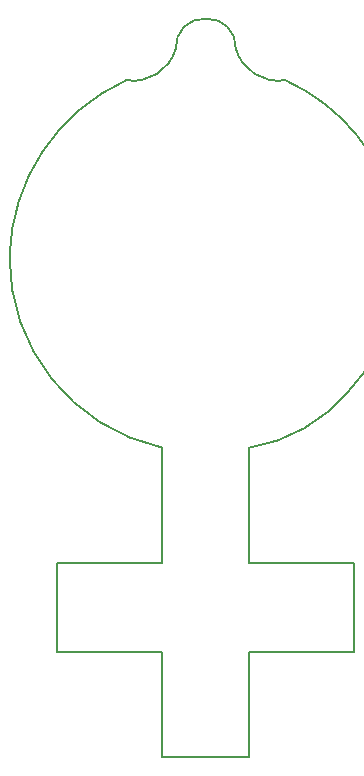
<source format=gko>
G04 DipTrace 2.4.0.2*
%INfemale.gko*%
%MOMM*%
%ADD11C,0.14*%
%FSLAX53Y53*%
G04*
G71*
G90*
G75*
G01*
%LNBoardOutline*%
%LPD*%
X10001Y52357D2*
D11*
G03X22935Y36162I16436J-137D01*
G01*
Y26383D1*
X14045D1*
Y18890D1*
X22935D1*
Y10000D1*
X30301D1*
Y18890D1*
X39191D1*
Y26383D1*
X30301D1*
Y36162D1*
G03X38682Y40914I-2188J13627D01*
G01*
G03X33349Y67277I-12119J11269D01*
G01*
G02X29158Y69944I-598J3686D01*
G01*
G03X26618Y72484I-2392J148D01*
G01*
G03X24078Y69944I-148J-2392D01*
G01*
G02X19887Y67277I-3593J1019D01*
G01*
G03X10001Y52357I6963J-15350D01*
G01*
M02*

</source>
